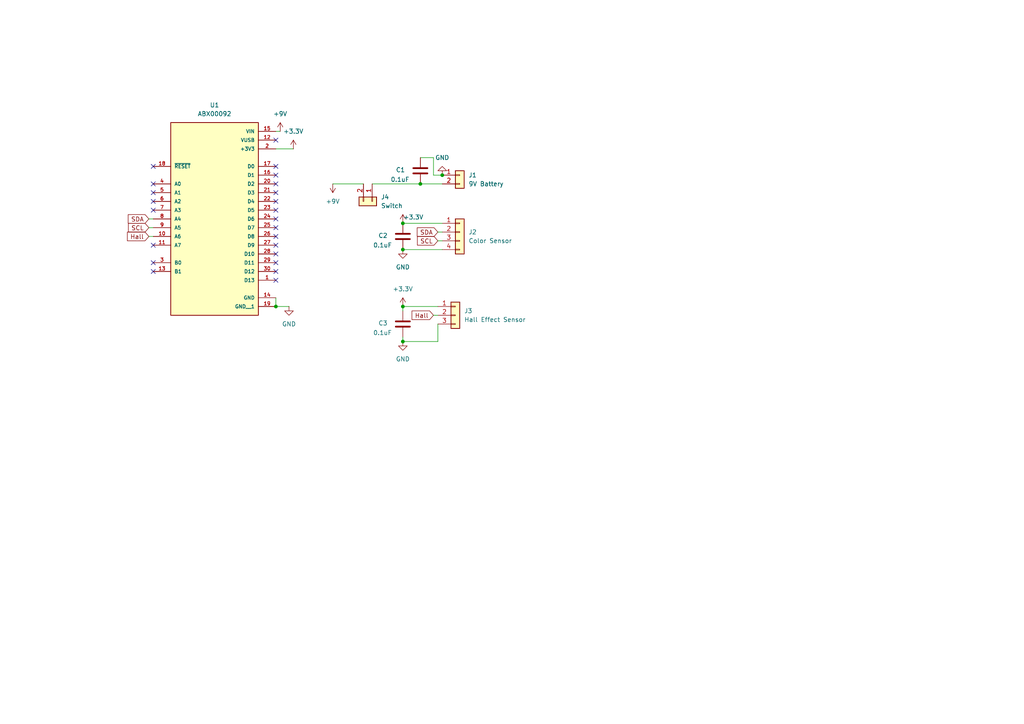
<source format=kicad_sch>
(kicad_sch (version 20231120) (generator "eeschema") (generator_version "8.0")
  (paper "A4")
  (lib_symbols
    (symbol "ABX00092:ABX00092" (pin_names (offset 1.016))
      (property "Reference" "U" (at -12.7 29.21 0))
      (property "Value" "ABX00092" (at -12.7 -29.21 0))
      (symbol "ABX00092_0_0"
        (rectangle (start -12.7 -27.94) (end 12.7 27.94) (stroke (width 0.254)) (fill (type background)))
        (pin bidirectional line (at 17.78 -17.78 180) (length 5.08) (name "D13") (number "1"))
        (pin input line (at -17.78 -5.08 0) (length 5.08) (name "A6") (number "10"))
        (pin input line (at -17.78 -7.62 0) (length 5.08) (name "A7") (number "11"))
        (pin power_in line (at 17.78 22.86 180) (length 5.08) (name "VUSB") (number "12"))
        (pin input line (at -17.78 -15.24 0) (length 5.08) (name "B1") (number "13"))
        (pin power_in line (at 17.78 -22.86 180) (length 5.08) (name "GND") (number "14"))
        (pin power_in line (at 17.78 25.4 180) (length 5.08) (name "VIN") (number "15"))
        (pin bidirectional line (at 17.78 12.7 180) (length 5.08) (name "D1") (number "16"))
        (pin bidirectional line (at 17.78 15.24 180) (length 5.08) (name "D0") (number "17"))
        (pin input line (at -17.78 15.24 0) (length 5.08) (name "~{RESET}") (number "18"))
        (pin power_in line (at 17.78 -25.4 180) (length 5.08) (name "GND__1") (number "19"))
        (pin power_in line (at 17.78 20.32 180) (length 5.08) (name "+3V3") (number "2"))
        (pin bidirectional line (at 17.78 10.16 180) (length 5.08) (name "D2") (number "20"))
        (pin bidirectional line (at 17.78 7.62 180) (length 5.08) (name "D3") (number "21"))
        (pin bidirectional line (at 17.78 5.08 180) (length 5.08) (name "D4") (number "22"))
        (pin bidirectional line (at 17.78 2.54 180) (length 5.08) (name "D5") (number "23"))
        (pin bidirectional line (at 17.78 0 180) (length 5.08) (name "D6") (number "24"))
        (pin bidirectional line (at 17.78 -2.54 180) (length 5.08) (name "D7") (number "25"))
        (pin bidirectional line (at 17.78 -5.08 180) (length 5.08) (name "D8") (number "26"))
        (pin bidirectional line (at 17.78 -7.62 180) (length 5.08) (name "D9") (number "27"))
        (pin bidirectional line (at 17.78 -10.16 180) (length 5.08) (name "D10") (number "28"))
        (pin bidirectional line (at 17.78 -12.7 180) (length 5.08) (name "D11") (number "29"))
        (pin input line (at -17.78 -12.7 0) (length 5.08) (name "B0") (number "3"))
        (pin bidirectional line (at 17.78 -15.24 180) (length 5.08) (name "D12") (number "30"))
        (pin bidirectional line (at -17.78 10.16 0) (length 5.08) (name "A0") (number "4"))
        (pin input line (at -17.78 7.62 0) (length 5.08) (name "A1") (number "5"))
        (pin input line (at -17.78 5.08 0) (length 5.08) (name "A2") (number "6"))
        (pin input line (at -17.78 2.54 0) (length 5.08) (name "A3") (number "7"))
        (pin input line (at -17.78 0 0) (length 5.08) (name "A4") (number "8"))
        (pin input line (at -17.78 -2.54 0) (length 5.08) (name "A5") (number "9"))
      )
    )
    (symbol "Connector_Generic:Conn_01x02" (pin_names (offset 1.016) hide)
      (property "Reference" "J" (at 0 2.54 0))
      (property "Value" "Conn_01x02" (at 0 -5.08 0))
      (symbol "Conn_01x02_1_1"
        (rectangle (start -1.27 -2.413) (end 0 -2.667) (stroke (width 0.1524)))
        (rectangle (start -1.27 0.127) (end 0 -0.127) (stroke (width 0.1524)))
        (rectangle (start -1.27 1.27) (end 1.27 -3.81) (stroke (width 0.254)) (fill (type background)))
        (pin passive line (at -5.08 0 0) (length 3.81) (name "Pin_1") (number "1"))
        (pin passive line (at -5.08 -2.54 0) (length 3.81) (name "Pin_2") (number "2"))
      )
    )
    (symbol "Connector_Generic:Conn_01x03" (pin_names (offset 1.016) hide)
      (property "Reference" "J" (at 0 5.08 0))
      (property "Value" "Conn_01x03" (at 0 -5.08 0))
      (symbol "Conn_01x03_1_1"
        (rectangle (start -1.27 -2.413) (end 0 -2.667) (stroke (width 0.1524)))
        (rectangle (start -1.27 0.127) (end 0 -0.127) (stroke (width 0.1524)))
        (rectangle (start -1.27 2.667) (end 0 2.413) (stroke (width 0.1524)))
        (rectangle (start -1.27 3.81) (end 1.27 -3.81) (stroke (width 0.254)) (fill (type background)))
        (pin passive line (at -5.08 2.54 0) (length 3.81) (name "Pin_1") (number "1"))
        (pin passive line (at -5.08 0 0) (length 3.81) (name "Pin_2") (number "2"))
        (pin passive line (at -5.08 -2.54 0) (length 3.81) (name "Pin_3") (number "3"))
      )
    )
    (symbol "Connector_Generic:Conn_01x04" (pin_names (offset 1.016) hide)
      (property "Reference" "J" (at 0 5.08 0))
      (property "Value" "Conn_01x04" (at 0 -7.62 0))
      (symbol "Conn_01x04_1_1"
        (rectangle (start -1.27 -4.953) (end 0 -5.207) (stroke (width 0.1524)))
        (rectangle (start -1.27 -2.413) (end 0 -2.667) (stroke (width 0.1524)))
        (rectangle (start -1.27 0.127) (end 0 -0.127) (stroke (width 0.1524)))
        (rectangle (start -1.27 2.667) (end 0 2.413) (stroke (width 0.1524)))
        (rectangle (start -1.27 3.81) (end 1.27 -6.35) (stroke (width 0.254)) (fill (type background)))
        (pin passive line (at -5.08 2.54 0) (length 3.81) (name "Pin_1") (number "1"))
        (pin passive line (at -5.08 0 0) (length 3.81) (name "Pin_2") (number "2"))
        (pin passive line (at -5.08 -2.54 0) (length 3.81) (name "Pin_3") (number "3"))
        (pin passive line (at -5.08 -5.08 0) (length 3.81) (name "Pin_4") (number "4"))
      )
    )
    (symbol "Device:C" (pin_numbers hide) (pin_names (offset 0.254))
      (property "Reference" "C" (at 0.635 2.54 0))
      (property "Value" "C" (at 0.635 -2.54 0))
      (symbol "C_0_1"
        (polyline (pts (xy -2.032 -0.762) (xy 2.032 -0.762)) (stroke (width 0.508)))
        (polyline (pts (xy -2.032 0.762) (xy 2.032 0.762)) (stroke (width 0.508)))
      )
      (symbol "C_1_1"
        (pin passive line (at 0 3.81 270) (length 2.794) (name "~") (number "1"))
        (pin passive line (at 0 -3.81 90) (length 2.794) (name "~") (number "2"))
      )
    )
    (symbol "power:+3.3V" (power) (pin_numbers hide) (pin_names (offset 0) hide)
      (property "Value" "+3.3V" (at 0 3.556 0))
      (symbol "+3.3V_0_1"
        (polyline (pts (xy -0.762 1.27) (xy 0 2.54)))
        (polyline (pts (xy 0 0) (xy 0 2.54)))
        (polyline (pts (xy 0 2.54) (xy 0.762 1.27)))
      )
      (symbol "+3.3V_1_1"
        (pin power_in line (at 0 0 90) (length 0) (name "~") (number "1"))
      )
    )
    (symbol "power:+9V" (power) (pin_numbers hide) (pin_names (offset 0) hide)
      (property "Value" "+9V" (at 0 3.556 0))
      (symbol "+9V_0_1"
        (polyline (pts (xy -0.762 1.27) (xy 0 2.54)))
        (polyline (pts (xy 0 0) (xy 0 2.54)))
        (polyline (pts (xy 0 2.54) (xy 0.762 1.27)))
      )
      (symbol "+9V_1_1"
        (pin power_in line (at 0 0 90) (length 0) (name "~") (number "1"))
      )
    )
    (symbol "power:GND" (power) (pin_numbers hide) (pin_names (offset 0) hide)
      (property "Value" "GND" (at 0 -3.81 0))
      (symbol "GND_0_1"
        (polyline (pts (xy 0 0) (xy 0 -1.27) (xy 1.27 -1.27) (xy 0 -2.54) (xy -1.27 -1.27) (xy 0 -1.27)))
      )
      (symbol "GND_1_1"
        (pin power_in line (at 0 0 270) (length 0) (name "~") (number "1"))
      )
    )
  )
  (junction (at 121.92 53.34))
  (junction (at 116.84 72.39))
  (junction (at 116.84 99.06))
  (junction (at 128.27 50.8))
  (junction (at 116.84 64.77))
  (junction (at 116.84 88.9))
  (junction (at 80.01 88.9))
  (no_connect (at 80.01 78.74))
  (no_connect (at 80.01 53.34))
  (no_connect (at 80.01 68.58))
  (no_connect (at 44.45 53.34))
  (no_connect (at 80.01 73.66))
  (no_connect (at 44.45 71.12))
  (no_connect (at 80.01 50.8))
  (no_connect (at 80.01 58.42))
  (no_connect (at 80.01 66.04))
  (no_connect (at 80.01 48.26))
  (no_connect (at 80.01 63.5))
  (no_connect (at 80.01 71.12))
  (no_connect (at 44.45 58.42))
  (no_connect (at 44.45 55.88))
  (no_connect (at 80.01 81.28))
  (no_connect (at 80.01 60.96))
  (no_connect (at 80.01 40.64))
  (no_connect (at 44.45 76.2))
  (no_connect (at 44.45 78.74))
  (no_connect (at 80.01 55.88))
  (no_connect (at 44.45 48.26))
  (no_connect (at 44.45 60.96))
  (no_connect (at 80.01 76.2))
  (wire (pts (xy 116.84 88.9) (xy 116.84 90.17)))
  (wire (pts (xy 43.18 68.58) (xy 44.45 68.58)))
  (wire (pts (xy 127 69.85) (xy 128.27 69.85)))
  (wire (pts (xy 125.73 45.72) (xy 125.73 50.8)))
  (wire (pts (xy 116.84 72.39) (xy 128.27 72.39)))
  (wire (pts (xy 121.92 53.34) (xy 128.27 53.34)))
  (wire (pts (xy 80.01 86.36) (xy 80.01 88.9)))
  (wire (pts (xy 125.73 91.44) (xy 127 91.44)))
  (wire (pts (xy 96.52 53.34) (xy 105.41 53.34)))
  (wire (pts (xy 43.18 63.5) (xy 44.45 63.5)))
  (wire (pts (xy 80.01 38.1) (xy 81.28 38.1)))
  (wire (pts (xy 107.95 53.34) (xy 121.92 53.34)))
  (wire (pts (xy 127 93.98) (xy 127 99.06)))
  (wire (pts (xy 80.01 88.9) (xy 83.82 88.9)))
  (wire (pts (xy 116.84 64.77) (xy 128.27 64.77)))
  (wire (pts (xy 116.84 99.06) (xy 127 99.06)))
  (wire (pts (xy 121.92 45.72) (xy 125.73 45.72)))
  (wire (pts (xy 125.73 50.8) (xy 128.27 50.8)))
  (wire (pts (xy 80.01 43.18) (xy 85.09 43.18)))
  (wire (pts (xy 116.84 97.79) (xy 116.84 99.06)))
  (wire (pts (xy 43.18 66.04) (xy 44.45 66.04)))
  (wire (pts (xy 127 67.31) (xy 128.27 67.31)))
  (wire (pts (xy 116.84 88.9) (xy 127 88.9)))
  (global_label "SDA" (shape input) (at 43.18 63.5 180) (property "Intersheetrefs" "${INTERSHEET_REFS}" (effects (hide yes))))
  (global_label "Hall" (shape input) (at 43.18 68.58 180) (property "Intersheetrefs" "${INTERSHEET_REFS}" (effects (hide yes))))
  (global_label "SCL" (shape input) (at 127 69.85 180) (property "Intersheetrefs" "${INTERSHEET_REFS}" (effects (hide yes))))
  (global_label "Hall" (shape input) (at 125.73 91.44 180) (property "Intersheetrefs" "${INTERSHEET_REFS}" (effects (hide yes))))
  (global_label "SCL" (shape input) (at 43.18 66.04 180) (property "Intersheetrefs" "${INTERSHEET_REFS}" (effects (hide yes))))
  (global_label "SDA" (shape input) (at 127 67.31 180) (property "Intersheetrefs" "${INTERSHEET_REFS}" (effects (hide yes))))
  (symbol (lib_id "Connector_Generic:Conn_01x02") (at 133.35 50.8 0) (unit 1)
    (property "Reference" "J1" (at 135.89 50.7999 0) (effects (justify left)))
    (property "Value" "9V Battery" (at 135.89 53.3399 0) (effects (justify left)))
    (property "Footprint" "Connector_PinHeader_2.54mm:PinHeader_1x02_P2.54mm_Vertical" (effects (hide yes)))
    (property "Description" "Generic connector, single row, 01x02, script generated (kicad-library-utils/schlib/autogen/connector/)" (effects (hide yes)))
  )
  (symbol (lib_id "Device:C") (at 121.92 49.53 0) (unit 1)
    (property "Reference" "C1" (at 114.808 49.276 0) (effects (justify left)))
    (property "Value" "0.1uF" (at 113.284 52.07 0) (effects (justify left)))
    (property "Footprint" "Capacitor_SMD:C_0805_2012Metric_Pad1.18x1.45mm_HandSolder" (effects (hide yes)))
    (property "Description" "Unpolarized capacitor" (effects (hide yes)))
  )
  (symbol (lib_id "Connector_Generic:Conn_01x03") (at 132.08 91.44 0) (unit 1)
    (property "Reference" "J3" (at 134.62 90.1699 0) (effects (justify left)))
    (property "Value" "Hall Effect Sensor" (at 134.62 92.7099 0) (effects (justify left)))
    (property "Footprint" "Connector_PinHeader_2.54mm:PinHeader_1x03_P2.54mm_Vertical" (effects (hide yes)))
    (property "Description" "Generic connector, single row, 01x03, script generated (kicad-library-utils/schlib/autogen/connector/)" (effects (hide yes)))
  )
  (symbol (lib_id "power:+3.3V") (at 85.09 43.18 0) (unit 1)
    (property "Reference" "#PWR03" (effects (hide yes)))
    (property "Value" "+3.3V" (at 85.09 38.1 0))
    (property "Description" "Power symbol creates a global label with name \"+3.3V\"" (effects (hide yes)))
  )
  (symbol (lib_id "power:+3.3V") (at 116.84 64.77 0) (unit 1)
    (property "Reference" "#PWR06" (effects (hide yes)))
    (property "Value" "+3.3V" (at 119.888 62.992 0))
    (property "Description" "Power symbol creates a global label with name \"+3.3V\"" (effects (hide yes)))
  )
  (symbol (lib_id "power:GND") (at 116.84 99.06 0) (unit 1)
    (property "Reference" "#PWR09" (effects (hide yes)))
    (property "Value" "GND" (at 116.84 104.14 0))
    (property "Description" "Power symbol creates a global label with name \"GND\" , ground" (effects (hide yes)))
  )
  (symbol (lib_id "power:+3.3V") (at 116.84 88.9 0) (unit 1)
    (property "Reference" "#PWR07" (effects (hide yes)))
    (property "Value" "+3.3V" (at 116.84 83.82 0))
    (property "Description" "Power symbol creates a global label with name \"+3.3V\"" (effects (hide yes)))
  )
  (symbol (lib_id "power:GND") (at 116.84 72.39 0) (unit 1)
    (property "Reference" "#PWR08" (effects (hide yes)))
    (property "Value" "GND" (at 116.84 77.47 0))
    (property "Description" "Power symbol creates a global label with name \"GND\" , ground" (effects (hide yes)))
  )
  (symbol (lib_id "power:GND") (at 128.27 50.8 180) (unit 1)
    (property "Reference" "#PWR05" (effects (hide yes)))
    (property "Value" "GND" (at 128.27 45.72 0))
    (property "Description" "Power symbol creates a global label with name \"GND\" , ground" (effects (hide yes)))
  )
  (symbol (lib_id "Device:C") (at 116.84 93.98 0) (unit 1)
    (property "Reference" "C3" (at 109.728 93.726 0) (effects (justify left)))
    (property "Value" "0.1uF" (at 108.204 96.52 0) (effects (justify left)))
    (property "Footprint" "Capacitor_SMD:C_0805_2012Metric_Pad1.18x1.45mm_HandSolder" (effects (hide yes)))
    (property "Description" "Unpolarized capacitor" (effects (hide yes)))
  )
  (symbol (lib_id "Connector_Generic:Conn_01x04") (at 133.35 67.31 0) (unit 1)
    (property "Reference" "J2" (at 135.89 67.3099 0) (effects (justify left)))
    (property "Value" "Color Sensor" (at 135.89 69.8499 0) (effects (justify left)))
    (property "Footprint" "Connector_PinHeader_2.54mm:PinHeader_1x04_P2.54mm_Vertical" (effects (hide yes)))
    (property "Description" "Generic connector, single row, 01x04, script generated (kicad-library-utils/schlib/autogen/connector/)" (effects (hide yes)))
  )
  (symbol (lib_id "ABX00092:ABX00092") (at 62.23 63.5 0) (unit 1)
    (property "Reference" "U1" (at 62.23 30.48 0))
    (property "Value" "ABX00092" (at 62.23 33.02 0))
    (property "Footprint" "Module:Arduino_Nano" (effects (hide yes)))
    (property "MF" "Arduino" (effects (hide yes)))
    (property "MAXIMUM_PACKAGE_HEIGHT" "4.78mm" (effects (hide yes)))
    (property "Package" "None" (effects (hide yes)))
    (property "Price" "None" (effects (hide yes)))
    (property "Check_prices" "https://www.snapeda.com/parts/ABX00092/Arduino/view-part/?ref=eda" (effects (hide yes)))
    (property "STANDARD" "IPC-7351B" (effects (hide yes)))
    (property "PARTREV" "27/02/2024" (effects (hide yes)))
    (property "SnapEDA_Link" "https://www.snapeda.com/parts/ABX00092/Arduino/view-part/?ref=snap" (effects (hide yes)))
    (property "MP" "ABX00092" (effects (hide yes)))
    (property "Description_1" "\n                        \n                            The Arduino ABX00092 is an microcontroller board featuring the powerful ESP32-S3 microcontroller with an Xtensa® core processor running at 240MHz. Designed within the compact Arduino Nano form factor, this board offers versatile connectivity options including WiFi, Bluetooth, UART, I2C and SPI. It provides a flexible GPIO setup suitable for various applications, supporting both 14 digital and 8 analog inputs along with 5 PWM outputs. Operating at a logic level voltage of 3.3V, the ABX00092 is compatible with the Arduino IDE, making it an ideal choice for rapid prototyping and development in embedded systems.\n                        \n" (effects (hide yes)))
    (property "Availability" "In Stock" (effects (hide yes)))
    (property "MANUFACTURER" "Arduino" (effects (hide yes)))
  )
  (symbol (lib_id "power:+9V") (at 96.52 53.34 180) (unit 1)
    (property "Reference" "#PWR04" (effects (hide yes)))
    (property "Value" "+9V" (at 96.52 58.42 0))
    (property "Description" "Power symbol creates a global label with name \"+9V\"" (effects (hide yes)))
  )
  (symbol (lib_id "Connector_Generic:Conn_01x02") (at 107.95 58.42 270) (unit 1)
    (property "Reference" "J4" (at 110.49 57.1499 90) (effects (justify left)))
    (property "Value" "Switch" (at 110.49 59.6899 90) (effects (justify left)))
    (property "Footprint" "Connector_PinHeader_2.54mm:PinHeader_1x02_P2.54mm_Vertical" (effects (hide yes)))
    (property "Description" "Generic connector, single row, 01x02, script generated (kicad-library-utils/schlib/autogen/connector/)" (effects (hide yes)))
  )
  (symbol (lib_id "power:GND") (at 83.82 88.9 0) (unit 1)
    (property "Reference" "#PWR01" (effects (hide yes)))
    (property "Value" "GND" (at 83.82 93.98 0))
    (property "Description" "Power symbol creates a global label with name \"GND\" , ground" (effects (hide yes)))
  )
  (symbol (lib_id "Device:C") (at 116.84 68.58 0) (unit 1)
    (property "Reference" "C2" (at 109.728 68.326 0) (effects (justify left)))
    (property "Value" "0.1uF" (at 108.204 71.12 0) (effects (justify left)))
    (property "Footprint" "Capacitor_SMD:C_0805_2012Metric_Pad1.18x1.45mm_HandSolder" (effects (hide yes)))
    (property "Description" "Unpolarized capacitor" (effects (hide yes)))
  )
  (symbol (lib_id "power:+9V") (at 81.28 38.1 0) (unit 1)
    (property "Reference" "#PWR02" (effects (hide yes)))
    (property "Value" "+9V" (at 81.28 33.02 0))
    (property "Description" "Power symbol creates a global label with name \"+9V\"" (effects (hide yes)))
  )
)
</source>
